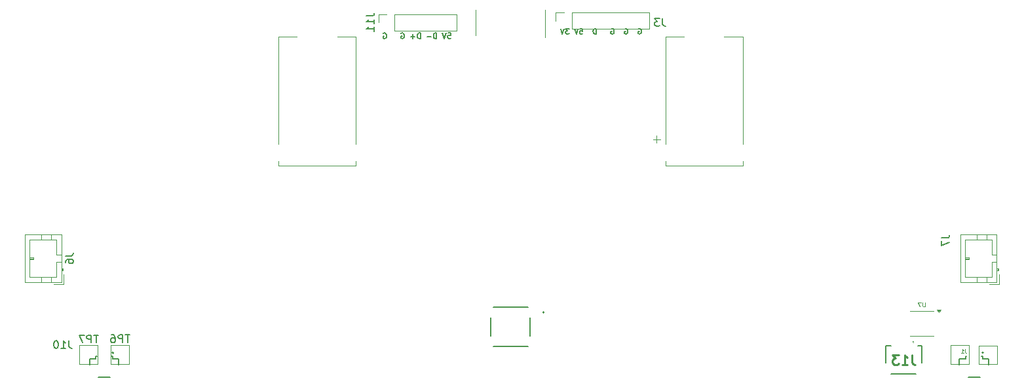
<source format=gbr>
%TF.GenerationSoftware,KiCad,Pcbnew,8.0.2*%
%TF.CreationDate,2024-10-28T19:38:45-07:00*%
%TF.ProjectId,UGC_OpenMain,5547435f-4f70-4656-9e4d-61696e2e6b69,rev?*%
%TF.SameCoordinates,Original*%
%TF.FileFunction,Legend,Bot*%
%TF.FilePolarity,Positive*%
%FSLAX46Y46*%
G04 Gerber Fmt 4.6, Leading zero omitted, Abs format (unit mm)*
G04 Created by KiCad (PCBNEW 8.0.2) date 2024-10-28 19:38:45*
%MOMM*%
%LPD*%
G01*
G04 APERTURE LIST*
%ADD10C,0.120000*%
%ADD11C,0.175000*%
%ADD12C,0.150000*%
%ADD13C,0.254000*%
%ADD14C,0.125000*%
%ADD15C,0.200000*%
%ADD16C,0.127000*%
%ADD17C,0.100000*%
G04 APERTURE END LIST*
D10*
X213983657Y-94488000D02*
X213983657Y-97790000D01*
X222983657Y-94488000D02*
X222983657Y-98044000D01*
D11*
X235002645Y-96957150D02*
X235069312Y-96923817D01*
X235069312Y-96923817D02*
X235169312Y-96923817D01*
X235169312Y-96923817D02*
X235269312Y-96957150D01*
X235269312Y-96957150D02*
X235335979Y-97023817D01*
X235335979Y-97023817D02*
X235369312Y-97090484D01*
X235369312Y-97090484D02*
X235402645Y-97223817D01*
X235402645Y-97223817D02*
X235402645Y-97323817D01*
X235402645Y-97323817D02*
X235369312Y-97457150D01*
X235369312Y-97457150D02*
X235335979Y-97523817D01*
X235335979Y-97523817D02*
X235269312Y-97590484D01*
X235269312Y-97590484D02*
X235169312Y-97623817D01*
X235169312Y-97623817D02*
X235102645Y-97623817D01*
X235102645Y-97623817D02*
X235002645Y-97590484D01*
X235002645Y-97590484D02*
X234969312Y-97557150D01*
X234969312Y-97557150D02*
X234969312Y-97323817D01*
X234969312Y-97323817D02*
X235102645Y-97323817D01*
X233235979Y-96957150D02*
X233302646Y-96923817D01*
X233302646Y-96923817D02*
X233402646Y-96923817D01*
X233402646Y-96923817D02*
X233502646Y-96957150D01*
X233502646Y-96957150D02*
X233569313Y-97023817D01*
X233569313Y-97023817D02*
X233602646Y-97090484D01*
X233602646Y-97090484D02*
X233635979Y-97223817D01*
X233635979Y-97223817D02*
X233635979Y-97323817D01*
X233635979Y-97323817D02*
X233602646Y-97457150D01*
X233602646Y-97457150D02*
X233569313Y-97523817D01*
X233569313Y-97523817D02*
X233502646Y-97590484D01*
X233502646Y-97590484D02*
X233402646Y-97623817D01*
X233402646Y-97623817D02*
X233335979Y-97623817D01*
X233335979Y-97623817D02*
X233235979Y-97590484D01*
X233235979Y-97590484D02*
X233202646Y-97557150D01*
X233202646Y-97557150D02*
X233202646Y-97323817D01*
X233202646Y-97323817D02*
X233335979Y-97323817D01*
X231469313Y-96957150D02*
X231535980Y-96923817D01*
X231535980Y-96923817D02*
X231635980Y-96923817D01*
X231635980Y-96923817D02*
X231735980Y-96957150D01*
X231735980Y-96957150D02*
X231802647Y-97023817D01*
X231802647Y-97023817D02*
X231835980Y-97090484D01*
X231835980Y-97090484D02*
X231869313Y-97223817D01*
X231869313Y-97223817D02*
X231869313Y-97323817D01*
X231869313Y-97323817D02*
X231835980Y-97457150D01*
X231835980Y-97457150D02*
X231802647Y-97523817D01*
X231802647Y-97523817D02*
X231735980Y-97590484D01*
X231735980Y-97590484D02*
X231635980Y-97623817D01*
X231635980Y-97623817D02*
X231569313Y-97623817D01*
X231569313Y-97623817D02*
X231469313Y-97590484D01*
X231469313Y-97590484D02*
X231435980Y-97557150D01*
X231435980Y-97557150D02*
X231435980Y-97323817D01*
X231435980Y-97323817D02*
X231569313Y-97323817D01*
X229535981Y-97623817D02*
X229535981Y-96923817D01*
X229535981Y-96923817D02*
X229369314Y-96923817D01*
X229369314Y-96923817D02*
X229269314Y-96957150D01*
X229269314Y-96957150D02*
X229202648Y-97023817D01*
X229202648Y-97023817D02*
X229169314Y-97090484D01*
X229169314Y-97090484D02*
X229135981Y-97223817D01*
X229135981Y-97223817D02*
X229135981Y-97323817D01*
X229135981Y-97323817D02*
X229169314Y-97457150D01*
X229169314Y-97457150D02*
X229202648Y-97523817D01*
X229202648Y-97523817D02*
X229269314Y-97590484D01*
X229269314Y-97590484D02*
X229369314Y-97623817D01*
X229369314Y-97623817D02*
X229535981Y-97623817D01*
X227435982Y-96923817D02*
X227769315Y-96923817D01*
X227769315Y-96923817D02*
X227802648Y-97257150D01*
X227802648Y-97257150D02*
X227769315Y-97223817D01*
X227769315Y-97223817D02*
X227702648Y-97190484D01*
X227702648Y-97190484D02*
X227535982Y-97190484D01*
X227535982Y-97190484D02*
X227469315Y-97223817D01*
X227469315Y-97223817D02*
X227435982Y-97257150D01*
X227435982Y-97257150D02*
X227402648Y-97323817D01*
X227402648Y-97323817D02*
X227402648Y-97490484D01*
X227402648Y-97490484D02*
X227435982Y-97557150D01*
X227435982Y-97557150D02*
X227469315Y-97590484D01*
X227469315Y-97590484D02*
X227535982Y-97623817D01*
X227535982Y-97623817D02*
X227702648Y-97623817D01*
X227702648Y-97623817D02*
X227769315Y-97590484D01*
X227769315Y-97590484D02*
X227802648Y-97557150D01*
X227202648Y-96923817D02*
X226969315Y-97623817D01*
X226969315Y-97623817D02*
X226735981Y-96923817D01*
X226035982Y-96923817D02*
X225602648Y-96923817D01*
X225602648Y-96923817D02*
X225835982Y-97190484D01*
X225835982Y-97190484D02*
X225735982Y-97190484D01*
X225735982Y-97190484D02*
X225669315Y-97223817D01*
X225669315Y-97223817D02*
X225635982Y-97257150D01*
X225635982Y-97257150D02*
X225602648Y-97323817D01*
X225602648Y-97323817D02*
X225602648Y-97490484D01*
X225602648Y-97490484D02*
X225635982Y-97557150D01*
X225635982Y-97557150D02*
X225669315Y-97590484D01*
X225669315Y-97590484D02*
X225735982Y-97623817D01*
X225735982Y-97623817D02*
X225935982Y-97623817D01*
X225935982Y-97623817D02*
X226002648Y-97590484D01*
X226002648Y-97590484D02*
X226035982Y-97557150D01*
X225402648Y-96923817D02*
X225169315Y-97623817D01*
X225169315Y-97623817D02*
X224935981Y-96923817D01*
X210382585Y-97505233D02*
X210715918Y-97505233D01*
X210715918Y-97505233D02*
X210749251Y-97838566D01*
X210749251Y-97838566D02*
X210715918Y-97805233D01*
X210715918Y-97805233D02*
X210649251Y-97771900D01*
X210649251Y-97771900D02*
X210482585Y-97771900D01*
X210482585Y-97771900D02*
X210415918Y-97805233D01*
X210415918Y-97805233D02*
X210382585Y-97838566D01*
X210382585Y-97838566D02*
X210349251Y-97905233D01*
X210349251Y-97905233D02*
X210349251Y-98071900D01*
X210349251Y-98071900D02*
X210382585Y-98138566D01*
X210382585Y-98138566D02*
X210415918Y-98171900D01*
X210415918Y-98171900D02*
X210482585Y-98205233D01*
X210482585Y-98205233D02*
X210649251Y-98205233D01*
X210649251Y-98205233D02*
X210715918Y-98171900D01*
X210715918Y-98171900D02*
X210749251Y-98138566D01*
X210149251Y-97505233D02*
X209915918Y-98205233D01*
X209915918Y-98205233D02*
X209682584Y-97505233D01*
X208915918Y-98205233D02*
X208915918Y-97505233D01*
X208915918Y-97505233D02*
X208749251Y-97505233D01*
X208749251Y-97505233D02*
X208649251Y-97538566D01*
X208649251Y-97538566D02*
X208582585Y-97605233D01*
X208582585Y-97605233D02*
X208549251Y-97671900D01*
X208549251Y-97671900D02*
X208515918Y-97805233D01*
X208515918Y-97805233D02*
X208515918Y-97905233D01*
X208515918Y-97905233D02*
X208549251Y-98038566D01*
X208549251Y-98038566D02*
X208582585Y-98105233D01*
X208582585Y-98105233D02*
X208649251Y-98171900D01*
X208649251Y-98171900D02*
X208749251Y-98205233D01*
X208749251Y-98205233D02*
X208915918Y-98205233D01*
X208215918Y-97938566D02*
X207682585Y-97938566D01*
X206815918Y-98205233D02*
X206815918Y-97505233D01*
X206815918Y-97505233D02*
X206649251Y-97505233D01*
X206649251Y-97505233D02*
X206549251Y-97538566D01*
X206549251Y-97538566D02*
X206482585Y-97605233D01*
X206482585Y-97605233D02*
X206449251Y-97671900D01*
X206449251Y-97671900D02*
X206415918Y-97805233D01*
X206415918Y-97805233D02*
X206415918Y-97905233D01*
X206415918Y-97905233D02*
X206449251Y-98038566D01*
X206449251Y-98038566D02*
X206482585Y-98105233D01*
X206482585Y-98105233D02*
X206549251Y-98171900D01*
X206549251Y-98171900D02*
X206649251Y-98205233D01*
X206649251Y-98205233D02*
X206815918Y-98205233D01*
X206115918Y-97938566D02*
X205582585Y-97938566D01*
X205849251Y-98205233D02*
X205849251Y-97671900D01*
X204349251Y-97538566D02*
X204415918Y-97505233D01*
X204415918Y-97505233D02*
X204515918Y-97505233D01*
X204515918Y-97505233D02*
X204615918Y-97538566D01*
X204615918Y-97538566D02*
X204682585Y-97605233D01*
X204682585Y-97605233D02*
X204715918Y-97671900D01*
X204715918Y-97671900D02*
X204749251Y-97805233D01*
X204749251Y-97805233D02*
X204749251Y-97905233D01*
X204749251Y-97905233D02*
X204715918Y-98038566D01*
X204715918Y-98038566D02*
X204682585Y-98105233D01*
X204682585Y-98105233D02*
X204615918Y-98171900D01*
X204615918Y-98171900D02*
X204515918Y-98205233D01*
X204515918Y-98205233D02*
X204449251Y-98205233D01*
X204449251Y-98205233D02*
X204349251Y-98171900D01*
X204349251Y-98171900D02*
X204315918Y-98138566D01*
X204315918Y-98138566D02*
X204315918Y-97905233D01*
X204315918Y-97905233D02*
X204449251Y-97905233D01*
X202049252Y-97538566D02*
X202115919Y-97505233D01*
X202115919Y-97505233D02*
X202215919Y-97505233D01*
X202215919Y-97505233D02*
X202315919Y-97538566D01*
X202315919Y-97538566D02*
X202382586Y-97605233D01*
X202382586Y-97605233D02*
X202415919Y-97671900D01*
X202415919Y-97671900D02*
X202449252Y-97805233D01*
X202449252Y-97805233D02*
X202449252Y-97905233D01*
X202449252Y-97905233D02*
X202415919Y-98038566D01*
X202415919Y-98038566D02*
X202382586Y-98105233D01*
X202382586Y-98105233D02*
X202315919Y-98171900D01*
X202315919Y-98171900D02*
X202215919Y-98205233D01*
X202215919Y-98205233D02*
X202149252Y-98205233D01*
X202149252Y-98205233D02*
X202049252Y-98171900D01*
X202049252Y-98171900D02*
X202015919Y-98138566D01*
X202015919Y-98138566D02*
X202015919Y-97905233D01*
X202015919Y-97905233D02*
X202149252Y-97905233D01*
D10*
X237850033Y-111226193D02*
X236897653Y-111226193D01*
X237373843Y-111702383D02*
X237373843Y-110750002D01*
D12*
X165193504Y-136547219D02*
X164622076Y-136547219D01*
X164907790Y-137547219D02*
X164907790Y-136547219D01*
X164288742Y-137547219D02*
X164288742Y-136547219D01*
X164288742Y-136547219D02*
X163907790Y-136547219D01*
X163907790Y-136547219D02*
X163812552Y-136594838D01*
X163812552Y-136594838D02*
X163764933Y-136642457D01*
X163764933Y-136642457D02*
X163717314Y-136737695D01*
X163717314Y-136737695D02*
X163717314Y-136880552D01*
X163717314Y-136880552D02*
X163764933Y-136975790D01*
X163764933Y-136975790D02*
X163812552Y-137023409D01*
X163812552Y-137023409D02*
X163907790Y-137071028D01*
X163907790Y-137071028D02*
X164288742Y-137071028D01*
X163383980Y-136547219D02*
X162717314Y-136547219D01*
X162717314Y-136547219D02*
X163145885Y-137547219D01*
X161413723Y-137275219D02*
X161413723Y-137989504D01*
X161413723Y-137989504D02*
X161461342Y-138132361D01*
X161461342Y-138132361D02*
X161556580Y-138227600D01*
X161556580Y-138227600D02*
X161699437Y-138275219D01*
X161699437Y-138275219D02*
X161794675Y-138275219D01*
X160413723Y-138275219D02*
X160985151Y-138275219D01*
X160699437Y-138275219D02*
X160699437Y-137275219D01*
X160699437Y-137275219D02*
X160794675Y-137418076D01*
X160794675Y-137418076D02*
X160889913Y-137513314D01*
X160889913Y-137513314D02*
X160985151Y-137560933D01*
X159794675Y-137275219D02*
X159699437Y-137275219D01*
X159699437Y-137275219D02*
X159604199Y-137322838D01*
X159604199Y-137322838D02*
X159556580Y-137370457D01*
X159556580Y-137370457D02*
X159508961Y-137465695D01*
X159508961Y-137465695D02*
X159461342Y-137656171D01*
X159461342Y-137656171D02*
X159461342Y-137894266D01*
X159461342Y-137894266D02*
X159508961Y-138084742D01*
X159508961Y-138084742D02*
X159556580Y-138179980D01*
X159556580Y-138179980D02*
X159604199Y-138227600D01*
X159604199Y-138227600D02*
X159699437Y-138275219D01*
X159699437Y-138275219D02*
X159794675Y-138275219D01*
X159794675Y-138275219D02*
X159889913Y-138227600D01*
X159889913Y-138227600D02*
X159937532Y-138179980D01*
X159937532Y-138179980D02*
X159985151Y-138084742D01*
X159985151Y-138084742D02*
X160032770Y-137894266D01*
X160032770Y-137894266D02*
X160032770Y-137656171D01*
X160032770Y-137656171D02*
X159985151Y-137465695D01*
X159985151Y-137465695D02*
X159937532Y-137370457D01*
X159937532Y-137370457D02*
X159889913Y-137322838D01*
X159889913Y-137322838D02*
X159794675Y-137275219D01*
X238125333Y-95613819D02*
X238125333Y-96328104D01*
X238125333Y-96328104D02*
X238172952Y-96470961D01*
X238172952Y-96470961D02*
X238268190Y-96566200D01*
X238268190Y-96566200D02*
X238411047Y-96613819D01*
X238411047Y-96613819D02*
X238506285Y-96613819D01*
X237744380Y-95613819D02*
X237125333Y-95613819D01*
X237125333Y-95613819D02*
X237458666Y-95994771D01*
X237458666Y-95994771D02*
X237315809Y-95994771D01*
X237315809Y-95994771D02*
X237220571Y-96042390D01*
X237220571Y-96042390D02*
X237172952Y-96090009D01*
X237172952Y-96090009D02*
X237125333Y-96185247D01*
X237125333Y-96185247D02*
X237125333Y-96423342D01*
X237125333Y-96423342D02*
X237172952Y-96518580D01*
X237172952Y-96518580D02*
X237220571Y-96566200D01*
X237220571Y-96566200D02*
X237315809Y-96613819D01*
X237315809Y-96613819D02*
X237601523Y-96613819D01*
X237601523Y-96613819D02*
X237696761Y-96566200D01*
X237696761Y-96566200D02*
X237744380Y-96518580D01*
X169257504Y-136521819D02*
X168686076Y-136521819D01*
X168971790Y-137521819D02*
X168971790Y-136521819D01*
X168352742Y-137521819D02*
X168352742Y-136521819D01*
X168352742Y-136521819D02*
X167971790Y-136521819D01*
X167971790Y-136521819D02*
X167876552Y-136569438D01*
X167876552Y-136569438D02*
X167828933Y-136617057D01*
X167828933Y-136617057D02*
X167781314Y-136712295D01*
X167781314Y-136712295D02*
X167781314Y-136855152D01*
X167781314Y-136855152D02*
X167828933Y-136950390D01*
X167828933Y-136950390D02*
X167876552Y-136998009D01*
X167876552Y-136998009D02*
X167971790Y-137045628D01*
X167971790Y-137045628D02*
X168352742Y-137045628D01*
X166924171Y-136521819D02*
X167114647Y-136521819D01*
X167114647Y-136521819D02*
X167209885Y-136569438D01*
X167209885Y-136569438D02*
X167257504Y-136617057D01*
X167257504Y-136617057D02*
X167352742Y-136759914D01*
X167352742Y-136759914D02*
X167400361Y-136950390D01*
X167400361Y-136950390D02*
X167400361Y-137331342D01*
X167400361Y-137331342D02*
X167352742Y-137426580D01*
X167352742Y-137426580D02*
X167305123Y-137474200D01*
X167305123Y-137474200D02*
X167209885Y-137521819D01*
X167209885Y-137521819D02*
X167019409Y-137521819D01*
X167019409Y-137521819D02*
X166924171Y-137474200D01*
X166924171Y-137474200D02*
X166876552Y-137426580D01*
X166876552Y-137426580D02*
X166828933Y-137331342D01*
X166828933Y-137331342D02*
X166828933Y-137093247D01*
X166828933Y-137093247D02*
X166876552Y-136998009D01*
X166876552Y-136998009D02*
X166924171Y-136950390D01*
X166924171Y-136950390D02*
X167019409Y-136902771D01*
X167019409Y-136902771D02*
X167209885Y-136902771D01*
X167209885Y-136902771D02*
X167305123Y-136950390D01*
X167305123Y-136950390D02*
X167352742Y-136998009D01*
X167352742Y-136998009D02*
X167400361Y-137093247D01*
X274206619Y-123974266D02*
X274920904Y-123974266D01*
X274920904Y-123974266D02*
X275063761Y-123926647D01*
X275063761Y-123926647D02*
X275159000Y-123831409D01*
X275159000Y-123831409D02*
X275206619Y-123688552D01*
X275206619Y-123688552D02*
X275206619Y-123593314D01*
X274206619Y-124355219D02*
X274206619Y-125021885D01*
X274206619Y-125021885D02*
X275206619Y-124593314D01*
D13*
X270318894Y-139080518D02*
X270318894Y-139987661D01*
X270318894Y-139987661D02*
X270379371Y-140169089D01*
X270379371Y-140169089D02*
X270500323Y-140290042D01*
X270500323Y-140290042D02*
X270681752Y-140350518D01*
X270681752Y-140350518D02*
X270802704Y-140350518D01*
X269048894Y-140350518D02*
X269774609Y-140350518D01*
X269411752Y-140350518D02*
X269411752Y-139080518D01*
X269411752Y-139080518D02*
X269532704Y-139261946D01*
X269532704Y-139261946D02*
X269653656Y-139382899D01*
X269653656Y-139382899D02*
X269774609Y-139443375D01*
X268625561Y-139080518D02*
X267839370Y-139080518D01*
X267839370Y-139080518D02*
X268262704Y-139564327D01*
X268262704Y-139564327D02*
X268081275Y-139564327D01*
X268081275Y-139564327D02*
X267960323Y-139624803D01*
X267960323Y-139624803D02*
X267899847Y-139685280D01*
X267899847Y-139685280D02*
X267839370Y-139806232D01*
X267839370Y-139806232D02*
X267839370Y-140108613D01*
X267839370Y-140108613D02*
X267899847Y-140229565D01*
X267899847Y-140229565D02*
X267960323Y-140290042D01*
X267960323Y-140290042D02*
X268081275Y-140350518D01*
X268081275Y-140350518D02*
X268444132Y-140350518D01*
X268444132Y-140350518D02*
X268565085Y-140290042D01*
X268565085Y-140290042D02*
X268625561Y-140229565D01*
D14*
X277229866Y-138383409D02*
X277229866Y-138740552D01*
X277229866Y-138740552D02*
X277253675Y-138811980D01*
X277253675Y-138811980D02*
X277301294Y-138859600D01*
X277301294Y-138859600D02*
X277372723Y-138883409D01*
X277372723Y-138883409D02*
X277420342Y-138883409D01*
X276729866Y-138883409D02*
X277015580Y-138883409D01*
X276872723Y-138883409D02*
X276872723Y-138383409D01*
X276872723Y-138383409D02*
X276920342Y-138454838D01*
X276920342Y-138454838D02*
X276967961Y-138502457D01*
X276967961Y-138502457D02*
X277015580Y-138526266D01*
D12*
X160977819Y-126301666D02*
X161692104Y-126301666D01*
X161692104Y-126301666D02*
X161834961Y-126254047D01*
X161834961Y-126254047D02*
X161930200Y-126158809D01*
X161930200Y-126158809D02*
X161977819Y-126015952D01*
X161977819Y-126015952D02*
X161977819Y-125920714D01*
X160977819Y-127206428D02*
X160977819Y-127015952D01*
X160977819Y-127015952D02*
X161025438Y-126920714D01*
X161025438Y-126920714D02*
X161073057Y-126873095D01*
X161073057Y-126873095D02*
X161215914Y-126777857D01*
X161215914Y-126777857D02*
X161406390Y-126730238D01*
X161406390Y-126730238D02*
X161787342Y-126730238D01*
X161787342Y-126730238D02*
X161882580Y-126777857D01*
X161882580Y-126777857D02*
X161930200Y-126825476D01*
X161930200Y-126825476D02*
X161977819Y-126920714D01*
X161977819Y-126920714D02*
X161977819Y-127111190D01*
X161977819Y-127111190D02*
X161930200Y-127206428D01*
X161930200Y-127206428D02*
X161882580Y-127254047D01*
X161882580Y-127254047D02*
X161787342Y-127301666D01*
X161787342Y-127301666D02*
X161549247Y-127301666D01*
X161549247Y-127301666D02*
X161454009Y-127254047D01*
X161454009Y-127254047D02*
X161406390Y-127206428D01*
X161406390Y-127206428D02*
X161358771Y-127111190D01*
X161358771Y-127111190D02*
X161358771Y-126920714D01*
X161358771Y-126920714D02*
X161406390Y-126825476D01*
X161406390Y-126825476D02*
X161454009Y-126777857D01*
X161454009Y-126777857D02*
X161549247Y-126730238D01*
D10*
X272046647Y-132325400D02*
X272046647Y-132770638D01*
X272046647Y-132770638D02*
X272020457Y-132823019D01*
X272020457Y-132823019D02*
X271994266Y-132849210D01*
X271994266Y-132849210D02*
X271941885Y-132875400D01*
X271941885Y-132875400D02*
X271837123Y-132875400D01*
X271837123Y-132875400D02*
X271784742Y-132849210D01*
X271784742Y-132849210D02*
X271758552Y-132823019D01*
X271758552Y-132823019D02*
X271732361Y-132770638D01*
X271732361Y-132770638D02*
X271732361Y-132325400D01*
X271522838Y-132325400D02*
X271156171Y-132325400D01*
X271156171Y-132325400D02*
X271391886Y-132875400D01*
D12*
X199862319Y-95303476D02*
X200576604Y-95303476D01*
X200576604Y-95303476D02*
X200719461Y-95255857D01*
X200719461Y-95255857D02*
X200814700Y-95160619D01*
X200814700Y-95160619D02*
X200862319Y-95017762D01*
X200862319Y-95017762D02*
X200862319Y-94922524D01*
X200862319Y-96303476D02*
X200862319Y-95732048D01*
X200862319Y-96017762D02*
X199862319Y-96017762D01*
X199862319Y-96017762D02*
X200005176Y-95922524D01*
X200005176Y-95922524D02*
X200100414Y-95827286D01*
X200100414Y-95827286D02*
X200148033Y-95732048D01*
X200862319Y-97255857D02*
X200862319Y-96684429D01*
X200862319Y-96970143D02*
X199862319Y-96970143D01*
X199862319Y-96970143D02*
X200005176Y-96874905D01*
X200005176Y-96874905D02*
X200100414Y-96779667D01*
X200100414Y-96779667D02*
X200148033Y-96684429D01*
D15*
%TO.C,SW14*%
X222833657Y-133609400D02*
G75*
G02*
X222633657Y-133609400I-100000J0D01*
G01*
X222633657Y-133609400D02*
G75*
G02*
X222833657Y-133609400I100000J0D01*
G01*
D16*
X221033657Y-136664400D02*
X221033657Y-134304400D01*
X220733657Y-138034400D02*
X216233657Y-138034400D01*
X220733657Y-132934400D02*
X216233657Y-132934400D01*
X215933657Y-134304400D02*
X215933657Y-136664400D01*
D10*
%TO.C,TP7*%
X165131600Y-140290400D02*
X162731600Y-140290400D01*
X165131600Y-137890400D02*
X165131600Y-140290400D01*
X162731600Y-140290400D02*
X162731600Y-137890400D01*
X162731600Y-137890400D02*
X165131600Y-137890400D01*
D15*
%TO.C,J10*%
X167188600Y-138839800D02*
G75*
G02*
X166988600Y-138839800I-100000J0D01*
G01*
X166988600Y-138839800D02*
G75*
G02*
X167188600Y-138839800I100000J0D01*
G01*
D16*
X167863600Y-140351800D02*
X167863600Y-139614800D01*
X167063600Y-139614800D02*
X167863600Y-139614800D01*
X167063600Y-139314800D02*
X167063600Y-139614800D01*
X166926600Y-139314800D02*
X167063600Y-139314800D01*
X165177600Y-142014800D02*
X166749600Y-142014800D01*
X165000600Y-139314800D02*
X164863600Y-139314800D01*
X164863600Y-139614800D02*
X164863600Y-139314800D01*
X164063600Y-140351800D02*
X164063600Y-139614800D01*
X164063600Y-139614800D02*
X164863600Y-139614800D01*
D10*
%TO.C,J3*%
X236438000Y-96965000D02*
X236438000Y-94845000D01*
X236438000Y-96965000D02*
X226378000Y-96965000D01*
X236438000Y-94845000D02*
X226378000Y-94845000D01*
X226378000Y-96965000D02*
X226378000Y-94845000D01*
X224318000Y-95905000D02*
X224318000Y-94845000D01*
X224318000Y-94845000D02*
X225378000Y-94845000D01*
%TO.C,TP1*%
X277755200Y-140290400D02*
X275355200Y-140290400D01*
X277755200Y-137890400D02*
X277755200Y-140290400D01*
X275355200Y-140290400D02*
X275355200Y-137890400D01*
X275355200Y-137890400D02*
X277755200Y-137890400D01*
%TO.C,TP6*%
X169195600Y-140265000D02*
X166795600Y-140265000D01*
X169195600Y-137865000D02*
X169195600Y-140265000D01*
X166795600Y-140265000D02*
X166795600Y-137865000D01*
X166795600Y-137865000D02*
X169195600Y-137865000D01*
%TO.C,J7*%
X281611600Y-129995000D02*
X281611600Y-128745000D01*
X281511600Y-128235000D02*
X281511600Y-127935000D01*
X281511600Y-127935000D02*
X281311600Y-127935000D01*
X281411600Y-128235000D02*
X281411600Y-127935000D01*
X281311600Y-129695000D02*
X281311600Y-123575000D01*
X281311600Y-128235000D02*
X281511600Y-128235000D01*
X281311600Y-126135000D02*
X280701600Y-126135000D01*
X281311600Y-123575000D02*
X276591600Y-123575000D01*
X280701600Y-129085000D02*
X280701600Y-127135000D01*
X280701600Y-127135000D02*
X281311600Y-127135000D01*
X280701600Y-126135000D02*
X280701600Y-124185000D01*
X280701600Y-124185000D02*
X277201600Y-124185000D01*
X280361600Y-129995000D02*
X281611600Y-129995000D01*
X280001600Y-129085000D02*
X280001600Y-129695000D01*
X280001600Y-124185000D02*
X280001600Y-123575000D01*
X278701600Y-129085000D02*
X278701600Y-129695000D01*
X278701600Y-124185000D02*
X278701600Y-123575000D01*
X277701600Y-126735000D02*
X277201600Y-126735000D01*
X277701600Y-126635000D02*
X277201600Y-126635000D01*
X277701600Y-126535000D02*
X277701600Y-126735000D01*
X277201600Y-129085000D02*
X280701600Y-129085000D01*
X277201600Y-126535000D02*
X277701600Y-126535000D01*
X277201600Y-124185000D02*
X277201600Y-129085000D01*
X276591600Y-129695000D02*
X281311600Y-129695000D01*
X276591600Y-123575000D02*
X276591600Y-129695000D01*
D17*
%TO.C,J13*%
X270490800Y-137476200D02*
G75*
G02*
X270490800Y-137376200I0J50000D01*
G01*
X270490800Y-137376200D02*
G75*
G02*
X270490800Y-137476200I0J-50000D01*
G01*
D15*
X271640800Y-140176200D02*
X271640800Y-137976200D01*
X271640800Y-137976200D02*
X271090800Y-137976200D01*
D17*
X270490800Y-137476200D02*
X270490800Y-137476200D01*
X270490800Y-137376200D02*
X270490800Y-137376200D01*
D15*
X267690800Y-141576200D02*
X270890800Y-141576200D01*
X266940800Y-140176200D02*
X266940800Y-137976200D01*
X266940800Y-137976200D02*
X267690800Y-137976200D01*
D17*
%TO.C,RV2*%
X248483657Y-114059400D02*
X248483657Y-114684400D01*
X248483657Y-111874400D02*
X248483657Y-97934400D01*
X246073657Y-97934400D02*
X248483657Y-97934400D01*
X238483657Y-114684400D02*
X248483657Y-114684400D01*
X238483657Y-114054400D02*
X238483657Y-114684400D01*
X238483657Y-111874400D02*
X238483657Y-97934400D01*
X238483657Y-97934400D02*
X240893657Y-97934400D01*
D10*
%TO.C,TP2*%
X281399742Y-140296669D02*
X278999742Y-140296669D01*
X281399742Y-137896669D02*
X281399742Y-140296669D01*
X278999742Y-140296669D02*
X278999742Y-137896669D01*
X278999742Y-137896669D02*
X281399742Y-137896669D01*
D15*
%TO.C,J1*%
X279609000Y-138839800D02*
G75*
G02*
X279409000Y-138839800I-100000J0D01*
G01*
X279409000Y-138839800D02*
G75*
G02*
X279609000Y-138839800I100000J0D01*
G01*
D16*
X280284000Y-140351800D02*
X280284000Y-139614800D01*
X279484000Y-139614800D02*
X280284000Y-139614800D01*
X279484000Y-139314800D02*
X279484000Y-139614800D01*
X279347000Y-139314800D02*
X279484000Y-139314800D01*
X277598000Y-142014800D02*
X279170000Y-142014800D01*
X277421000Y-139314800D02*
X277284000Y-139314800D01*
X277284000Y-139614800D02*
X277284000Y-139314800D01*
X276484000Y-140351800D02*
X276484000Y-139614800D01*
X276484000Y-139614800D02*
X277284000Y-139614800D01*
D10*
%TO.C,J6*%
X160733000Y-129995000D02*
X160733000Y-128745000D01*
X160633000Y-128235000D02*
X160633000Y-127935000D01*
X160633000Y-127935000D02*
X160433000Y-127935000D01*
X160533000Y-128235000D02*
X160533000Y-127935000D01*
X160433000Y-129695000D02*
X160433000Y-123575000D01*
X160433000Y-128235000D02*
X160633000Y-128235000D01*
X160433000Y-126135000D02*
X159823000Y-126135000D01*
X160433000Y-123575000D02*
X155713000Y-123575000D01*
X159823000Y-129085000D02*
X159823000Y-127135000D01*
X159823000Y-127135000D02*
X160433000Y-127135000D01*
X159823000Y-126135000D02*
X159823000Y-124185000D01*
X159823000Y-124185000D02*
X156323000Y-124185000D01*
X159483000Y-129995000D02*
X160733000Y-129995000D01*
X159123000Y-129085000D02*
X159123000Y-129695000D01*
X159123000Y-124185000D02*
X159123000Y-123575000D01*
X157823000Y-129085000D02*
X157823000Y-129695000D01*
X157823000Y-124185000D02*
X157823000Y-123575000D01*
X156823000Y-126735000D02*
X156323000Y-126735000D01*
X156823000Y-126635000D02*
X156323000Y-126635000D01*
X156823000Y-126535000D02*
X156823000Y-126735000D01*
X156323000Y-129085000D02*
X159823000Y-129085000D01*
X156323000Y-126535000D02*
X156823000Y-126535000D01*
X156323000Y-124185000D02*
X156323000Y-129085000D01*
X155713000Y-129695000D02*
X160433000Y-129695000D01*
X155713000Y-123575000D02*
X155713000Y-129695000D01*
%TO.C,U7*%
X273840100Y-133642200D02*
X273600100Y-133312200D01*
X274080100Y-133312200D01*
X273840100Y-133642200D01*
G36*
X273840100Y-133642200D02*
G01*
X273600100Y-133312200D01*
X274080100Y-133312200D01*
X273840100Y-133642200D01*
G37*
X273127600Y-136687200D02*
X271627600Y-136687200D01*
X273127600Y-133467200D02*
X271627600Y-133467200D01*
X270127600Y-136687200D02*
X271627600Y-136687200D01*
X270127600Y-133467200D02*
X271627600Y-133467200D01*
D17*
%TO.C,RV1*%
X198483657Y-114059400D02*
X198483657Y-114684400D01*
X198483657Y-111874400D02*
X198483657Y-97934400D01*
X196073657Y-97934400D02*
X198483657Y-97934400D01*
X188483657Y-114684400D02*
X198483657Y-114684400D01*
X188483657Y-114054400D02*
X188483657Y-114684400D01*
X188483657Y-111874400D02*
X188483657Y-97934400D01*
X188483657Y-97934400D02*
X190893657Y-97934400D01*
D10*
%TO.C,J11*%
X211527500Y-97173000D02*
X211527500Y-95053000D01*
X211527500Y-97173000D02*
X203467500Y-97173000D01*
X211527500Y-95053000D02*
X203467500Y-95053000D01*
X203467500Y-97173000D02*
X203467500Y-95053000D01*
X201407500Y-96113000D02*
X201407500Y-95053000D01*
X201407500Y-95053000D02*
X202467500Y-95053000D01*
%TD*%
M02*

</source>
